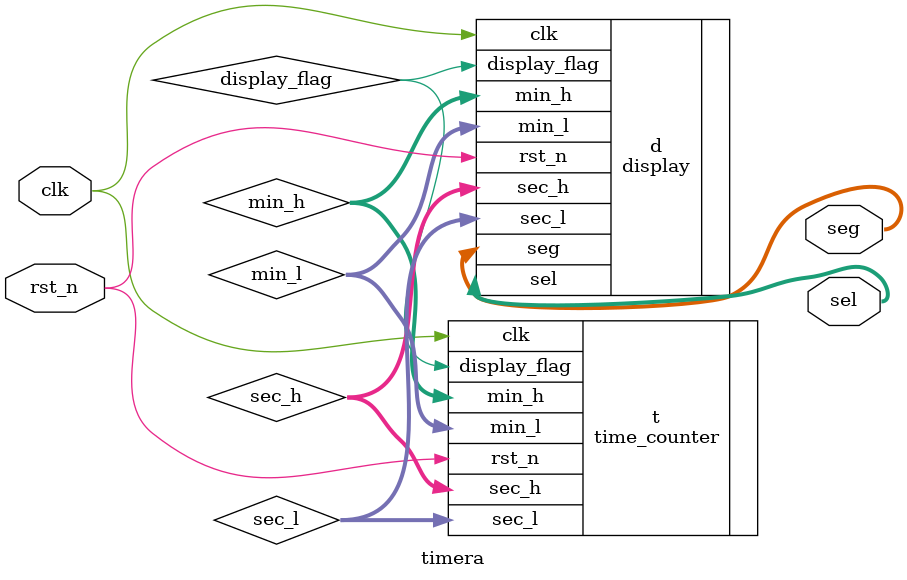
<source format=v>
module timera(
	clk,
	rst_n,
	seg,
	sel
);
	input clk;
	input rst_n;
	output [7:0]seg;
	output [3:0]sel;

	wire  [2:0]       min_h;
	wire  [3:0]       min_l;
	wire  [2:0]       sec_h;
	wire  [3:0]       sec_l;
	wire              display_flag;

	time_counter t(
		.clk(clk),
		.rst_n(rst_n),
		.min_h(min_h),
		.min_l(min_l),
		.sec_h(sec_h),
		.sec_l(sec_l),
		.display_flag(display_flag)
	);
	
	display d(
		.rst_n(rst_n),
		.clk(clk),
		.min_h(min_h),      
		.min_l(min_l),
		.sec_h(sec_h),      
		.sec_l(sec_l),
		.display_flag(display_flag),
		.seg(seg),
		.sel(sel)
	);

endmodule 

</source>
